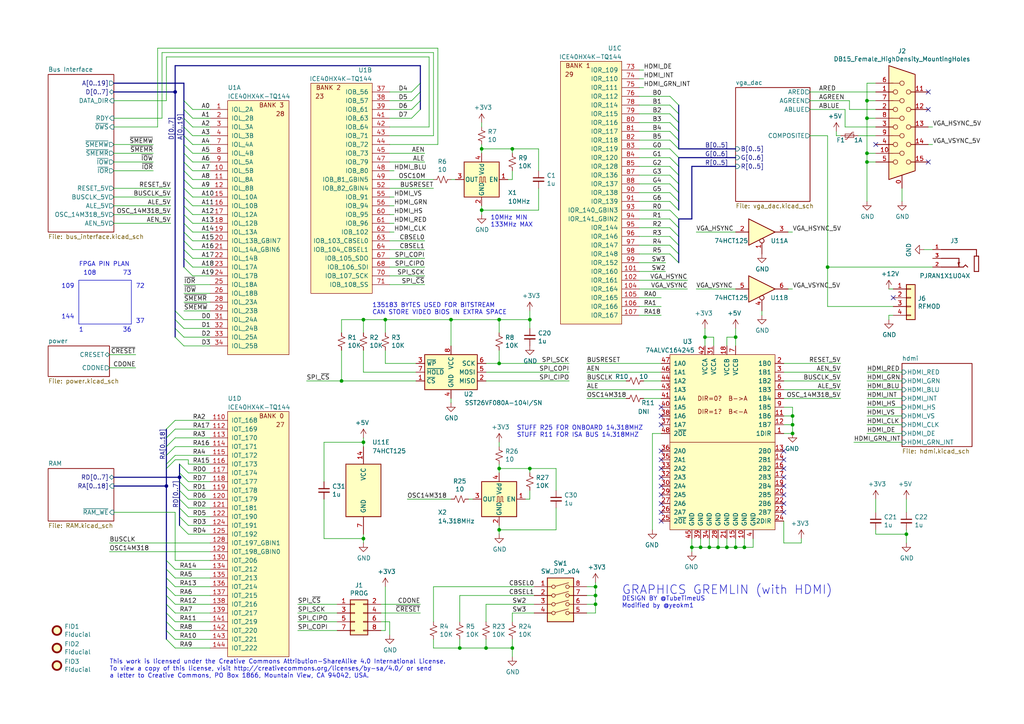
<source format=kicad_sch>
(kicad_sch (version 20230121) (generator eeschema)
  (paper "A4")
  (title_block (title "Top Level") (date "2023-10-13") (rev "2.3"))
  (junction (at 148.59 43.18))
  (junction (at 153.67 135.89))
  (junction (at 153.67 92.71))
  (junction (at 215.9 158.75))
  (junction (at 229.87 123.19))
  (junction (at 262.89 154.94))
  (junction (at 251.46 34.29))
  (junction (at 144.78 153.67))
  (junction (at 172.72 170.18))
  (junction (at 105.41 92.71))
  (junction (at 203.2 158.75))
  (junction (at 208.28 158.75))
  (junction (at 99.06 110.49))
  (junction (at 210.82 158.75))
  (junction (at 172.72 172.72))
  (junction (at 140.97 187.96))
  (junction (at 213.36 158.75))
  (junction (at 229.87 120.65))
  (junction (at 240.03 77.47))
  (junction (at 133.35 187.96))
  (junction (at 111.76 92.71))
  (junction (at 172.72 175.26))
  (junction (at 251.46 44.45))
  (junction (at 139.7 60.96))
  (junction (at 204.47 97.79))
  (junction (at 48.26 140.97))
  (junction (at 251.46 29.21))
  (junction (at 50.8 26.67))
  (junction (at 130.81 92.71))
  (junction (at 148.59 187.96))
  (junction (at 144.78 135.89))
  (junction (at 205.74 158.75))
  (junction (at 105.41 128.27))
  (junction (at 213.36 97.79))
  (junction (at 251.46 46.99))
  (junction (at 139.7 43.18))
  (junction (at 229.87 125.73))
  (junction (at 200.66 158.75))
  (junction (at 105.41 156.21))
  (junction (at 144.78 105.41))
  (junction (at 144.78 92.71))
  (junction (at 52.07 138.43))
  (no_connect (at 269.24 31.75))
  (no_connect (at 191.77 135.89))
  (no_connect (at 191.77 140.97))
  (no_connect (at 259.08 86.36))
  (no_connect (at 227.33 135.89))
  (no_connect (at 227.33 143.51))
  (no_connect (at 227.33 138.43))
  (no_connect (at 191.77 120.65))
  (no_connect (at 191.77 146.05))
  (no_connect (at 227.33 148.59))
  (no_connect (at 191.77 148.59))
  (no_connect (at 227.33 140.97))
  (no_connect (at 191.77 133.35))
  (no_connect (at 191.77 123.19))
  (no_connect (at 191.77 151.13))
  (no_connect (at 254 41.91))
  (no_connect (at 191.77 138.43))
  (no_connect (at 191.77 143.51))
  (no_connect (at 191.77 118.11))
  (no_connect (at 227.33 146.05))
  (no_connect (at 269.24 46.99))
  (no_connect (at 191.77 130.81))
  (no_connect (at 227.33 133.35))
  (no_connect (at 227.33 130.81))
  (no_connect (at 269.24 26.67))
  (bus_entry (at 48.26 177.8) (size 2.54 2.54))
  (bus_entry (at 194.31 53.34) (size 2.54 2.54))
  (bus_entry (at 194.31 60.96) (size 2.54 2.54))
  (bus_entry (at 52.07 147.32) (size 2.54 2.54))
  (bus_entry (at 53.34 29.21) (size 2.54 2.54))
  (bus_entry (at 52.07 134.62) (size 2.54 2.54))
  (bus_entry (at 52.07 142.24) (size 2.54 2.54))
  (bus_entry (at 119.38 34.29) (size 2.54 -2.54))
  (bus_entry (at 53.34 44.45) (size 2.54 2.54))
  (bus_entry (at 53.34 46.99) (size 2.54 2.54))
  (bus_entry (at 53.34 49.53) (size 2.54 2.54))
  (bus_entry (at 48.26 124.46) (size 2.54 -2.54))
  (bus_entry (at 194.31 50.8) (size 2.54 2.54))
  (bus_entry (at 48.26 175.26) (size 2.54 2.54))
  (bus_entry (at 119.38 26.67) (size 2.54 -2.54))
  (bus_entry (at 194.31 55.88) (size 2.54 2.54))
  (bus_entry (at 53.34 41.91) (size 2.54 2.54))
  (bus_entry (at 53.34 69.85) (size 2.54 2.54))
  (bus_entry (at 52.07 144.78) (size 2.54 2.54))
  (bus_entry (at 48.26 180.34) (size 2.54 2.54))
  (bus_entry (at 48.26 182.88) (size 2.54 2.54))
  (bus_entry (at 194.31 38.1) (size 2.54 2.54))
  (bus_entry (at 48.26 162.56) (size 2.54 2.54))
  (bus_entry (at 48.26 135.89) (size 2.54 -2.54))
  (bus_entry (at 53.34 74.93) (size 2.54 2.54))
  (bus_entry (at 48.26 127) (size 2.54 -2.54))
  (bus_entry (at 52.07 139.7) (size 2.54 2.54))
  (bus_entry (at 194.31 40.64) (size 2.54 2.54))
  (bus_entry (at 53.34 72.39) (size 2.54 2.54))
  (bus_entry (at 194.31 58.42) (size 2.54 2.54))
  (bus_entry (at 194.31 27.94) (size 2.54 2.54))
  (bus_entry (at 194.31 66.04) (size 2.54 2.54))
  (bus_entry (at 48.26 167.64) (size 2.54 2.54))
  (bus_entry (at 53.34 31.75) (size 2.54 2.54))
  (bus_entry (at 50.8 95.25) (size 2.54 2.54))
  (bus_entry (at 50.8 90.17) (size 2.54 2.54))
  (bus_entry (at 194.31 68.58) (size 2.54 2.54))
  (bus_entry (at 50.8 97.79) (size 2.54 2.54))
  (bus_entry (at 53.34 62.23) (size 2.54 2.54))
  (bus_entry (at 194.31 35.56) (size 2.54 2.54))
  (bus_entry (at 48.26 129.54) (size 2.54 -2.54))
  (bus_entry (at 48.26 132.08) (size 2.54 -2.54))
  (bus_entry (at 52.07 149.86) (size 2.54 2.54))
  (bus_entry (at 52.07 137.16) (size 2.54 2.54))
  (bus_entry (at 53.34 34.29) (size 2.54 2.54))
  (bus_entry (at 48.26 165.1) (size 2.54 2.54))
  (bus_entry (at 53.34 64.77) (size 2.54 2.54))
  (bus_entry (at 194.31 45.72) (size 2.54 2.54))
  (bus_entry (at 194.31 43.18) (size 2.54 2.54))
  (bus_entry (at 53.34 57.15) (size 2.54 2.54))
  (bus_entry (at 119.38 31.75) (size 2.54 -2.54))
  (bus_entry (at 53.34 39.37) (size 2.54 2.54))
  (bus_entry (at 53.34 67.31) (size 2.54 2.54))
  (bus_entry (at 194.31 73.66) (size 2.54 2.54))
  (bus_entry (at 48.26 172.72) (size 2.54 2.54))
  (bus_entry (at 194.31 48.26) (size 2.54 2.54))
  (bus_entry (at 194.31 63.5) (size 2.54 2.54))
  (bus_entry (at 53.34 36.83) (size 2.54 2.54))
  (bus_entry (at 53.34 54.61) (size 2.54 2.54))
  (bus_entry (at 53.34 59.69) (size 2.54 2.54))
  (bus_entry (at 194.31 71.12) (size 2.54 2.54))
  (bus_entry (at 48.26 134.62) (size 2.54 -2.54))
  (bus_entry (at 48.26 170.18) (size 2.54 2.54))
  (bus_entry (at 194.31 33.02) (size 2.54 2.54))
  (bus_entry (at 119.38 29.21) (size 2.54 -2.54))
  (bus_entry (at 52.07 152.4) (size 2.54 2.54))
  (bus_entry (at 53.34 77.47) (size 2.54 2.54))
  (bus_entry (at 53.34 52.07) (size 2.54 2.54))
  (bus_entry (at 50.8 92.71) (size 2.54 2.54))
  (bus_entry (at 194.31 30.48) (size 2.54 2.54))
  (bus_entry (at 48.26 185.42) (size 2.54 2.54))
  (wire (pts (xy 60.96 127) (xy 50.8 127)))
  (wire (pts (xy 227.33 107.95) (xy 243.84 107.95)))
  (wire (pts (xy 148.59 44.45) (xy 148.59 43.18)))
  (bus (pts (xy 48.26 170.18) (xy 48.26 172.72)))
  (wire (pts (xy 185.42 43.18) (xy 194.31 43.18)))
  (bus (pts (xy 196.85 73.66) (xy 196.85 76.2)))
  (wire (pts (xy 227.33 157.48) (xy 232.41 157.48)))
  (wire (pts (xy 127 41.91) (xy 127 13.97)))
  (bus (pts (xy 53.34 24.13) (xy 53.34 29.21)))
  (wire (pts (xy 185.42 35.56) (xy 194.31 35.56)))
  (wire (pts (xy 261.62 113.03) (xy 251.46 113.03)))
  (wire (pts (xy 124.46 36.83) (xy 113.03 36.83)))
  (wire (pts (xy 185.42 63.5) (xy 194.31 63.5)))
  (wire (pts (xy 60.96 152.4) (xy 54.61 152.4)))
  (wire (pts (xy 54.61 134.62) (xy 54.61 133.35)))
  (wire (pts (xy 153.67 142.24) (xy 153.67 144.78)))
  (wire (pts (xy 262.89 153.67) (xy 262.89 154.94)))
  (wire (pts (xy 60.96 67.31) (xy 55.88 67.31)))
  (wire (pts (xy 139.7 60.96) (xy 139.7 59.69)))
  (wire (pts (xy 60.96 139.7) (xy 54.61 139.7)))
  (wire (pts (xy 254 154.94) (xy 262.89 154.94)))
  (bus (pts (xy 196.85 45.72) (xy 213.36 45.72)))
  (wire (pts (xy 55.88 44.45) (xy 60.96 44.45)))
  (polyline (pts (xy 38.1 93.98) (xy 22.86 93.98)))
  (wire (pts (xy 105.41 107.95) (xy 120.65 107.95)))
  (wire (pts (xy 261.62 115.57) (xy 251.46 115.57)))
  (wire (pts (xy 191.77 105.41) (xy 170.18 105.41)))
  (wire (pts (xy 113.03 77.47) (xy 123.19 77.47)))
  (wire (pts (xy 228.6 67.31) (xy 229.87 67.31)))
  (bus (pts (xy 53.34 74.93) (xy 53.34 77.47)))
  (bus (pts (xy 53.34 29.21) (xy 53.34 31.75)))
  (wire (pts (xy 185.42 50.8) (xy 194.31 50.8)))
  (bus (pts (xy 196.85 35.56) (xy 196.85 38.1)))
  (wire (pts (xy 60.96 165.1) (xy 50.8 165.1)))
  (wire (pts (xy 60.96 72.39) (xy 55.88 72.39)))
  (wire (pts (xy 139.7 62.23) (xy 139.7 60.96)))
  (wire (pts (xy 148.59 52.07) (xy 147.32 52.07)))
  (wire (pts (xy 148.59 180.34) (xy 148.59 177.8)))
  (wire (pts (xy 60.96 95.25) (xy 53.34 95.25)))
  (wire (pts (xy 185.42 73.66) (xy 194.31 73.66)))
  (wire (pts (xy 133.35 180.34) (xy 133.35 172.72)))
  (wire (pts (xy 125.73 39.37) (xy 113.03 39.37)))
  (bus (pts (xy 196.85 30.48) (xy 196.85 33.02)))
  (wire (pts (xy 144.78 154.94) (xy 144.78 153.67)))
  (wire (pts (xy 254 153.67) (xy 254 154.94)))
  (wire (pts (xy 191.77 110.49) (xy 186.69 110.49)))
  (bus (pts (xy 196.85 53.34) (xy 196.85 55.88)))
  (wire (pts (xy 213.36 97.79) (xy 213.36 95.25)))
  (wire (pts (xy 53.34 90.17) (xy 60.96 90.17)))
  (wire (pts (xy 240.03 77.47) (xy 270.51 77.47)))
  (bus (pts (xy 48.26 135.89) (xy 48.26 140.97)))
  (wire (pts (xy 261.62 125.73) (xy 251.46 125.73)))
  (wire (pts (xy 172.72 172.72) (xy 172.72 175.26)))
  (wire (pts (xy 204.47 95.25) (xy 204.47 97.79)))
  (wire (pts (xy 246.38 29.21) (xy 246.38 31.75)))
  (wire (pts (xy 55.88 80.01) (xy 60.96 80.01)))
  (wire (pts (xy 185.42 53.34) (xy 194.31 53.34)))
  (wire (pts (xy 33.02 34.29) (xy 46.99 34.29)))
  (wire (pts (xy 205.74 158.75) (xy 203.2 158.75)))
  (wire (pts (xy 172.72 175.26) (xy 172.72 177.8)))
  (wire (pts (xy 245.11 36.83) (xy 254 36.83)))
  (wire (pts (xy 144.78 134.62) (xy 144.78 135.89)))
  (polyline (pts (xy 38.1 81.28) (xy 38.1 93.98)))
  (wire (pts (xy 113.03 67.31) (xy 114.3 67.31)))
  (wire (pts (xy 97.79 182.88) (xy 86.36 182.88)))
  (wire (pts (xy 181.61 110.49) (xy 170.18 110.49)))
  (bus (pts (xy 50.8 26.67) (xy 50.8 90.17)))
  (wire (pts (xy 105.41 128.27) (xy 93.98 128.27)))
  (wire (pts (xy 140.97 175.26) (xy 154.94 175.26)))
  (wire (pts (xy 140.97 187.96) (xy 148.59 187.96)))
  (wire (pts (xy 130.81 115.57) (xy 130.81 116.84)))
  (wire (pts (xy 50.8 180.34) (xy 60.96 180.34)))
  (wire (pts (xy 133.35 185.42) (xy 133.35 187.96)))
  (wire (pts (xy 133.35 187.96) (xy 140.97 187.96)))
  (bus (pts (xy 53.34 31.75) (xy 53.34 34.29)))
  (bus (pts (xy 48.26 167.64) (xy 48.26 170.18)))
  (wire (pts (xy 251.46 29.21) (xy 251.46 34.29)))
  (wire (pts (xy 148.59 43.18) (xy 139.7 43.18)))
  (wire (pts (xy 105.41 127) (xy 105.41 128.27)))
  (bus (pts (xy 196.85 71.12) (xy 196.85 73.66)))
  (wire (pts (xy 111.76 96.52) (xy 111.76 92.71)))
  (wire (pts (xy 140.97 105.41) (xy 144.78 105.41)))
  (wire (pts (xy 33.02 49.53) (xy 44.45 49.53)))
  (wire (pts (xy 204.47 97.79) (xy 207.01 97.79)))
  (wire (pts (xy 185.42 40.64) (xy 194.31 40.64)))
  (wire (pts (xy 259.08 88.9) (xy 240.03 88.9)))
  (wire (pts (xy 140.97 180.34) (xy 140.97 175.26)))
  (bus (pts (xy 48.26 182.88) (xy 48.26 185.42)))
  (wire (pts (xy 213.36 67.31) (xy 201.93 67.31)))
  (bus (pts (xy 196.85 33.02) (xy 196.85 35.56)))
  (wire (pts (xy 113.03 29.21) (xy 119.38 29.21)))
  (wire (pts (xy 60.96 92.71) (xy 53.34 92.71)))
  (wire (pts (xy 185.42 60.96) (xy 194.31 60.96)))
  (wire (pts (xy 60.96 39.37) (xy 55.88 39.37)))
  (wire (pts (xy 125.73 170.18) (xy 154.94 170.18)))
  (wire (pts (xy 153.67 137.16) (xy 153.67 135.89)))
  (wire (pts (xy 60.96 64.77) (xy 55.88 64.77)))
  (wire (pts (xy 144.78 105.41) (xy 165.1 105.41)))
  (wire (pts (xy 132.08 52.07) (xy 130.81 52.07)))
  (wire (pts (xy 125.73 15.24) (xy 125.73 39.37)))
  (wire (pts (xy 191.77 125.73) (xy 189.23 125.73)))
  (wire (pts (xy 148.59 49.53) (xy 148.59 52.07)))
  (wire (pts (xy 227.33 113.03) (xy 243.84 113.03)))
  (wire (pts (xy 185.42 86.36) (xy 191.77 86.36)))
  (wire (pts (xy 234.95 29.21) (xy 246.38 29.21)))
  (wire (pts (xy 33.02 54.61) (xy 49.53 54.61)))
  (bus (pts (xy 196.85 55.88) (xy 196.85 58.42)))
  (bus (pts (xy 196.85 50.8) (xy 196.85 53.34)))
  (wire (pts (xy 170.18 177.8) (xy 172.72 177.8)))
  (wire (pts (xy 215.9 158.75) (xy 213.36 158.75)))
  (bus (pts (xy 200.66 63.5) (xy 200.66 48.26)))
  (wire (pts (xy 185.42 66.04) (xy 194.31 66.04)))
  (wire (pts (xy 172.72 170.18) (xy 172.72 172.72)))
  (wire (pts (xy 210.82 97.79) (xy 210.82 100.33)))
  (bus (pts (xy 196.85 38.1) (xy 196.85 40.64)))
  (wire (pts (xy 148.59 187.96) (xy 148.59 185.42)))
  (wire (pts (xy 60.96 36.83) (xy 55.88 36.83)))
  (wire (pts (xy 218.44 158.75) (xy 215.9 158.75)))
  (wire (pts (xy 254 29.21) (xy 251.46 29.21)))
  (wire (pts (xy 251.46 34.29) (xy 251.46 44.45)))
  (wire (pts (xy 156.21 60.96) (xy 139.7 60.96)))
  (bus (pts (xy 121.92 29.21) (xy 121.92 31.75)))
  (wire (pts (xy 148.59 187.96) (xy 148.59 190.5)))
  (wire (pts (xy 234.95 39.37) (xy 240.03 39.37)))
  (wire (pts (xy 60.96 62.23) (xy 55.88 62.23)))
  (wire (pts (xy 130.81 100.33) (xy 130.81 92.71)))
  (wire (pts (xy 240.03 88.9) (xy 240.03 77.47)))
  (bus (pts (xy 121.92 26.67) (xy 121.92 29.21)))
  (wire (pts (xy 97.79 175.26) (xy 86.36 175.26)))
  (wire (pts (xy 186.69 115.57) (xy 191.77 115.57)))
  (wire (pts (xy 54.61 133.35) (xy 50.8 133.35)))
  (wire (pts (xy 210.82 156.21) (xy 210.82 158.75)))
  (wire (pts (xy 234.95 26.67) (xy 254 26.67)))
  (bus (pts (xy 48.26 134.62) (xy 48.26 135.89)))
  (wire (pts (xy 185.42 91.44) (xy 191.77 91.44)))
  (wire (pts (xy 254 46.99) (xy 251.46 46.99)))
  (wire (pts (xy 185.42 58.42) (xy 194.31 58.42)))
  (bus (pts (xy 53.34 52.07) (xy 53.34 54.61)))
  (wire (pts (xy 227.33 105.41) (xy 243.84 105.41)))
  (bus (pts (xy 196.85 63.5) (xy 196.85 66.04)))
  (wire (pts (xy 60.96 59.69) (xy 55.88 59.69)))
  (wire (pts (xy 113.03 80.01) (xy 123.19 80.01)))
  (bus (pts (xy 48.26 132.08) (xy 48.26 134.62)))
  (bus (pts (xy 48.26 180.34) (xy 48.26 182.88)))
  (wire (pts (xy 60.96 134.62) (xy 54.61 134.62)))
  (bus (pts (xy 53.34 62.23) (xy 53.34 64.77)))
  (wire (pts (xy 185.42 76.2) (xy 193.04 76.2)))
  (bus (pts (xy 53.34 39.37) (xy 53.34 41.91)))
  (wire (pts (xy 110.49 182.88) (xy 111.76 182.88)))
  (wire (pts (xy 60.96 157.48) (xy 31.75 157.48)))
  (wire (pts (xy 140.97 107.95) (xy 165.1 107.95)))
  (wire (pts (xy 60.96 160.02) (xy 31.75 160.02)))
  (wire (pts (xy 227.33 115.57) (xy 243.84 115.57)))
  (wire (pts (xy 227.33 123.19) (xy 229.87 123.19)))
  (wire (pts (xy 124.46 16.51) (xy 124.46 36.83)))
  (wire (pts (xy 60.96 149.86) (xy 54.61 149.86)))
  (wire (pts (xy 60.96 129.54) (xy 50.8 129.54)))
  (wire (pts (xy 60.96 34.29) (xy 55.88 34.29)))
  (wire (pts (xy 208.28 156.21) (xy 208.28 158.75)))
  (wire (pts (xy 60.96 182.88) (xy 50.8 182.88)))
  (wire (pts (xy 200.66 158.75) (xy 200.66 156.21)))
  (wire (pts (xy 161.29 135.89) (xy 161.29 142.24)))
  (wire (pts (xy 261.62 120.65) (xy 251.46 120.65)))
  (wire (pts (xy 113.03 44.45) (xy 123.19 44.45)))
  (wire (pts (xy 269.24 41.91) (xy 270.51 41.91)))
  (wire (pts (xy 215.9 156.21) (xy 215.9 158.75)))
  (wire (pts (xy 60.96 170.18) (xy 50.8 170.18)))
  (wire (pts (xy 254 44.45) (xy 251.46 44.45)))
  (wire (pts (xy 203.2 156.21) (xy 203.2 158.75)))
  (wire (pts (xy 113.03 184.15) (xy 113.03 180.34)))
  (wire (pts (xy 50.8 162.56) (xy 60.96 162.56)))
  (wire (pts (xy 185.42 83.82) (xy 199.39 83.82)))
  (wire (pts (xy 218.44 156.21) (xy 218.44 158.75)))
  (wire (pts (xy 251.46 44.45) (xy 251.46 46.99)))
  (wire (pts (xy 111.76 92.71) (xy 105.41 92.71)))
  (wire (pts (xy 60.96 31.75) (xy 55.88 31.75)))
  (wire (pts (xy 113.03 69.85) (xy 123.19 69.85)))
  (wire (pts (xy 254 34.29) (xy 251.46 34.29)))
  (wire (pts (xy 113.03 46.99) (xy 123.19 46.99)))
  (wire (pts (xy 269.24 36.83) (xy 270.51 36.83)))
  (wire (pts (xy 213.36 97.79) (xy 213.36 100.33)))
  (wire (pts (xy 125.73 185.42) (xy 125.73 187.96)))
  (wire (pts (xy 261.62 118.11) (xy 251.46 118.11)))
  (wire (pts (xy 110.49 180.34) (xy 113.03 180.34)))
  (wire (pts (xy 210.82 97.79) (xy 213.36 97.79)))
  (wire (pts (xy 194.31 27.94) (xy 185.42 27.94)))
  (wire (pts (xy 240.03 39.37) (xy 240.03 77.47)))
  (wire (pts (xy 148.59 177.8) (xy 154.94 177.8)))
  (wire (pts (xy 185.42 55.88) (xy 194.31 55.88)))
  (bus (pts (xy 200.66 48.26) (xy 213.36 48.26)))
  (wire (pts (xy 99.06 92.71) (xy 105.41 92.71)))
  (bus (pts (xy 52.07 138.43) (xy 52.07 139.7)))
  (wire (pts (xy 60.96 154.94) (xy 54.61 154.94)))
  (wire (pts (xy 259.08 91.44) (xy 257.81 91.44)))
  (wire (pts (xy 161.29 147.32) (xy 161.29 153.67)))
  (wire (pts (xy 60.96 87.63) (xy 53.34 87.63)))
  (wire (pts (xy 153.67 135.89) (xy 144.78 135.89)))
  (wire (pts (xy 60.96 147.32) (xy 54.61 147.32)))
  (wire (pts (xy 156.21 54.61) (xy 156.21 60.96)))
  (wire (pts (xy 259.08 83.82) (xy 257.81 83.82)))
  (wire (pts (xy 245.11 31.75) (xy 245.11 36.83)))
  (wire (pts (xy 227.33 120.65) (xy 229.87 120.65)))
  (wire (pts (xy 220.98 90.17) (xy 220.98 91.44)))
  (wire (pts (xy 137.16 144.78) (xy 135.89 144.78)))
  (bus (pts (xy 52.07 149.86) (xy 52.07 152.4)))
  (bus (pts (xy 53.34 72.39) (xy 53.34 74.93)))
  (wire (pts (xy 93.98 144.78) (xy 93.98 156.21)))
  (wire (pts (xy 144.78 92.71) (xy 153.67 92.71)))
  (wire (pts (xy 172.72 168.91) (xy 172.72 170.18)))
  (bus (pts (xy 48.26 177.8) (xy 48.26 180.34)))
  (wire (pts (xy 113.03 62.23) (xy 114.3 62.23)))
  (wire (pts (xy 251.46 46.99) (xy 251.46 58.42)))
  (wire (pts (xy 50.8 148.59) (xy 50.8 162.56)))
  (wire (pts (xy 113.03 59.69) (xy 114.3 59.69)))
  (wire (pts (xy 33.02 29.21) (xy 48.26 29.21)))
  (wire (pts (xy 247.65 128.27) (xy 261.62 128.27)))
  (wire (pts (xy 242.57 38.1) (xy 242.57 39.37)))
  (wire (pts (xy 262.89 144.78) (xy 262.89 148.59)))
  (bus (pts (xy 196.85 40.64) (xy 196.85 43.18)))
  (bus (pts (xy 53.34 41.91) (xy 53.34 44.45)))
  (wire (pts (xy 234.95 31.75) (xy 245.11 31.75)))
  (bus (pts (xy 50.8 90.17) (xy 50.8 92.71)))
  (wire (pts (xy 139.7 36.83) (xy 139.7 35.56)))
  (wire (pts (xy 227.33 151.13) (xy 227.33 157.48)))
  (bus (pts (xy 50.8 92.71) (xy 50.8 95.25)))
  (bus (pts (xy 53.34 49.53) (xy 53.34 52.07)))
  (bus (pts (xy 50.8 19.05) (xy 121.92 19.05)))
  (wire (pts (xy 118.11 144.78) (xy 130.81 144.78)))
  (wire (pts (xy 139.7 44.45) (xy 139.7 43.18)))
  (bus (pts (xy 53.34 36.83) (xy 53.34 39.37)))
  (wire (pts (xy 60.96 54.61) (xy 55.88 54.61)))
  (wire (pts (xy 60.96 49.53) (xy 55.88 49.53)))
  (wire (pts (xy 33.02 46.99) (xy 44.45 46.99)))
  (bus (pts (xy 33.02 138.43) (xy 52.07 138.43)))
  (wire (pts (xy 31.75 102.87) (xy 39.37 102.87)))
  (wire (pts (xy 120.65 105.41) (xy 111.76 105.41)))
  (wire (pts (xy 213.36 156.21) (xy 213.36 158.75)))
  (wire (pts (xy 60.96 177.8) (xy 50.8 177.8)))
  (wire (pts (xy 33.02 64.77) (xy 49.53 64.77)))
  (wire (pts (xy 185.42 71.12) (xy 194.31 71.12)))
  (wire (pts (xy 185.42 30.48) (xy 194.31 30.48)))
  (bus (pts (xy 196.85 66.04) (xy 196.85 68.58)))
  (polyline (pts (xy 22.86 93.98) (xy 22.86 81.28)))
  (wire (pts (xy 33.02 57.15) (xy 49.53 57.15)))
  (wire (pts (xy 60.96 167.64) (xy 50.8 167.64)))
  (wire (pts (xy 204.47 97.79) (xy 204.47 100.33)))
  (wire (pts (xy 246.38 31.75) (xy 254 31.75)))
  (wire (pts (xy 111.76 105.41) (xy 111.76 101.6)))
  (wire (pts (xy 185.42 25.4) (xy 186.69 25.4)))
  (bus (pts (xy 52.07 142.24) (xy 52.07 144.78)))
  (wire (pts (xy 111.76 182.88) (xy 111.76 170.18)))
  (bus (pts (xy 33.02 26.67) (xy 50.8 26.67)))
  (bus (pts (xy 53.34 34.29) (xy 53.34 36.83)))
  (wire (pts (xy 33.02 62.23) (xy 49.53 62.23)))
  (wire (pts (xy 60.96 77.47) (xy 55.88 77.47)))
  (wire (pts (xy 60.96 52.07) (xy 55.88 52.07)))
  (wire (pts (xy 120.65 110.49) (xy 99.06 110.49)))
  (wire (pts (xy 232.41 157.48) (xy 232.41 156.21)))
  (wire (pts (xy 261.62 107.95) (xy 251.46 107.95)))
  (wire (pts (xy 185.42 88.9) (xy 191.77 88.9)))
  (bus (pts (xy 48.26 162.56) (xy 48.26 165.1)))
  (wire (pts (xy 203.2 158.75) (xy 200.66 158.75)))
  (wire (pts (xy 113.03 31.75) (xy 119.38 31.75)))
  (bus (pts (xy 196.85 58.42) (xy 196.85 60.96)))
  (bus (pts (xy 53.34 59.69) (xy 53.34 62.23)))
  (bus (pts (xy 53.34 57.15) (xy 53.34 59.69)))
  (wire (pts (xy 130.81 92.71) (xy 111.76 92.71)))
  (wire (pts (xy 110.49 177.8) (xy 121.92 177.8)))
  (wire (pts (xy 86.36 177.8) (xy 97.79 177.8)))
  (bus (pts (xy 48.26 127) (xy 48.26 129.54)))
  (bus (pts (xy 50.8 95.25) (xy 50.8 97.79)))
  (wire (pts (xy 127 13.97) (xy 45.72 13.97)))
  (wire (pts (xy 144.78 153.67) (xy 144.78 152.4)))
  (bus (pts (xy 196.85 63.5) (xy 200.66 63.5)))
  (wire (pts (xy 229.87 123.19) (xy 229.87 125.73)))
  (wire (pts (xy 93.98 156.21) (xy 105.41 156.21)))
  (wire (pts (xy 227.33 110.49) (xy 243.84 110.49)))
  (bus (pts (xy 53.34 67.31) (xy 53.34 69.85)))
  (wire (pts (xy 185.42 78.74) (xy 193.04 78.74)))
  (bus (pts (xy 48.26 165.1) (xy 48.26 167.64)))
  (wire (pts (xy 228.6 83.82) (xy 229.87 83.82)))
  (wire (pts (xy 97.79 180.34) (xy 86.36 180.34)))
  (wire (pts (xy 153.67 144.78) (xy 152.4 144.78)))
  (wire (pts (xy 205.74 156.21) (xy 205.74 158.75)))
  (wire (pts (xy 55.88 46.99) (xy 60.96 46.99)))
  (wire (pts (xy 185.42 20.32) (xy 186.69 20.32)))
  (wire (pts (xy 60.96 124.46) (xy 50.8 124.46)))
  (wire (pts (xy 229.87 120.65) (xy 229.87 123.19)))
  (wire (pts (xy 105.41 154.94) (xy 105.41 156.21)))
  (wire (pts (xy 50.8 187.96) (xy 60.96 187.96)))
  (wire (pts (xy 172.72 170.18) (xy 170.18 170.18)))
  (wire (pts (xy 121.92 175.26) (xy 110.49 175.26)))
  (wire (pts (xy 153.67 92.71) (xy 153.67 95.25)))
  (wire (pts (xy 113.03 34.29) (xy 119.38 34.29)))
  (bus (pts (xy 196.85 43.18) (xy 213.36 43.18)))
  (wire (pts (xy 156.21 43.18) (xy 156.21 49.53)))
  (wire (pts (xy 50.8 132.08) (xy 60.96 132.08)))
  (bus (pts (xy 52.07 139.7) (xy 52.07 142.24)))
  (bus (pts (xy 121.92 24.13) (xy 121.92 26.67)))
  (wire (pts (xy 133.35 172.72) (xy 154.94 172.72)))
  (wire (pts (xy 207.01 97.79) (xy 207.01 100.33)))
  (wire (pts (xy 185.42 45.72) (xy 194.31 45.72)))
  (wire (pts (xy 270.51 72.39) (xy 267.97 72.39)))
  (wire (pts (xy 208.28 158.75) (xy 205.74 158.75)))
  (wire (pts (xy 33.02 148.59) (xy 50.8 148.59)))
  (wire (pts (xy 161.29 153.67) (xy 144.78 153.67)))
  (wire (pts (xy 185.42 22.86) (xy 186.69 22.86)))
  (wire (pts (xy 60.96 175.26) (xy 50.8 175.26)))
  (bus (pts (xy 33.02 24.13) (xy 53.34 24.13)))
  (wire (pts (xy 48.26 16.51) (xy 124.46 16.51)))
  (wire (pts (xy 113.03 41.91) (xy 127 41.91)))
  (wire (pts (xy 248.92 39.37) (xy 254 39.37)))
  (wire (pts (xy 172.72 172.72) (xy 170.18 172.72)))
  (wire (pts (xy 254 148.59) (xy 254 144.78)))
  (bus (pts (xy 48.26 140.97) (xy 48.26 162.56)))
  (wire (pts (xy 33.02 59.69) (xy 49.53 59.69)))
  (bus (pts (xy 33.02 140.97) (xy 48.26 140.97)))
  (wire (pts (xy 144.78 129.54) (xy 144.78 128.27)))
  (wire (pts (xy 262.89 154.94) (xy 262.89 157.48)))
  (wire (pts (xy 194.31 38.1) (xy 185.42 38.1)))
  (bus (pts (xy 53.34 44.45) (xy 53.34 46.99)))
  (wire (pts (xy 113.03 49.53) (xy 114.3 49.53)))
  (wire (pts (xy 189.23 125.73) (xy 189.23 153.67)))
  (wire (pts (xy 170.18 175.26) (xy 172.72 175.26)))
  (wire (pts (xy 60.96 82.55) (xy 53.34 82.55)))
  (wire (pts (xy 257.81 91.44) (xy 257.81 92.71)))
  (wire (pts (xy 125.73 180.34) (xy 125.73 170.18)))
  (bus (pts (xy 52.07 144.78) (xy 52.07 147.32)))
  (wire (pts (xy 140.97 187.96) (xy 140.97 185.42)))
  (bus (pts (xy 53.34 46.99) (xy 53.34 49.53)))
  (wire (pts (xy 113.03 72.39) (xy 123.19 72.39)))
  (bus (pts (xy 121.92 19.05) (xy 121.92 24.13)))
  (wire (pts (xy 213.36 83.82) (xy 201.93 83.82)))
  (wire (pts (xy 254 24.13) (xy 251.46 24.13)))
  (wire (pts (xy 113.03 54.61) (xy 125.73 54.61)))
  (bus (pts (xy 53.34 54.61) (xy 53.34 57.15)))
  (bus (pts (xy 52.07 147.32) (xy 52.07 149.86)))
  (wire (pts (xy 60.96 121.92) (xy 50.8 121.92)))
  (wire (pts (xy 194.31 33.02) (xy 185.42 33.02)))
  (wire (pts (xy 185.42 48.26) (xy 194.31 48.26)))
  (bus (pts (xy 50.8 26.67) (xy 50.8 19.05)))
  (bus (pts (xy 53.34 69.85) (xy 53.34 72.39)))
  (wire (pts (xy 50.8 185.42) (xy 60.96 185.42)))
  (wire (pts (xy 261.62 54.61) (xy 261.62 58.42)))
  (wire (pts (xy 181.61 115.57) (xy 170.18 115.57)))
  (wire (pts (xy 144.78 101.6) (xy 144.78 105.41)))
  (wire (pts (xy 105.41 156.21) (xy 105.41 157.48)))
  (wire (pts (xy 33.02 44.45) (xy 44.45 44.45)))
  (wire (pts (xy 153.67 92.71) (xy 153.67 90.17)))
  (bus (pts (xy 52.07 137.16) (xy 52.07 138.43)))
  (wire (pts (xy 261.62 110.49) (xy 251.46 110.49)))
  (wire (pts (xy 191.77 113.03) (xy 170.18 113.03)))
  (wire (pts (xy 60.96 144.78) (xy 54.61 144.78)))
  (wire (pts (xy 113.03 64.77) (xy 114.3 64.77)))
  (wire (pts (xy 105.41 92.71) (xy 105.41 96.52)))
  (wire (pts (xy 99.06 110.49) (xy 88.9 110.49)))
  (wire (pts (xy 45.72 36.83) (xy 33.02 36.83)))
  (wire (pts (xy 33.02 41.91) (xy 44.45 41.91)))
  (wire (pts (xy 144.78 137.16) (xy 144.78 135.89)))
  (bus (pts (xy 48.26 129.54) (xy 48.26 132.08)))
  (wire (pts (xy 105.41 128.27) (xy 105.41 129.54)))
  (wire (pts (xy 144.78 96.52) (xy 144.78 92.71)))
  (wire (pts (xy 93.98 128.27) (xy 93.98 139.7)))
  (wire (pts (xy 53.34 85.09) (xy 60.96 85.09)))
  (wire (pts (xy 229.87 118.11) (xy 229.87 120.65)))
  (wire (pts (xy 185.42 68.58) (xy 194.31 68.58)))
  (wire (pts (xy 60.96 69.85) (xy 55.88 69.85)))
  (bus (pts (xy 48.26 124.46) (xy 48.26 127)))
  (wire (pts (xy 113.03 57.15) (xy 114.3 57.15)))
  (wire (pts (xy 60.96 137.16) (xy 54.61 137.16)))
  (bus (pts (xy 53.34 64.77) (xy 53.34 67.31)))
  (bus (pts (xy 48.26 175.26) (xy 48.26 177.8)))
  (wire (pts (xy 60.96 142.24) (xy 54.61 142.24)))
  (wire (pts (xy 113.03 52.07) (xy 125.73 52.07)))
  (wire (pts (xy 261.62 123.19) (xy 251.46 123.19)))
  (bus (pts (xy 48.26 172.72) (xy 48.26 175.26)))
  (wire (pts (xy 227.33 125.73) (xy 229.87 125.73)))
  (wire (pts (xy 213.36 158.75) (xy 210.82 158.75)))
  (wire (pts (xy 31.75 106.68) (xy 39.37 106.68)))
  (wire (pts (xy 144.78 92.71) (xy 130.81 92.71)))
  (wire (pts (xy 113.03 82.55) (xy 123.19 82.55)))
  (wire (pts (xy 55.88 74.93) (xy 60.96 74.93)))
  (wire (pts (xy 55.88 41.91) (xy 60.96 41.91)))
  (wire (pts (xy 48.26 29.21) (xy 48.26 16.51)))
  (wire (pts (xy 60.96 97.79) (xy 53.34 97.79)))
  (wire (pts (xy 105.41 101.6) (xy 105.41 107.95)))
  (wire (pts (xy 99.06 96.52) (xy 99.06 92.71)))
  (bus (pts (xy 196.85 45.72) (xy 196.85 48.26)))
  (wire (pts (xy 60.96 57.15) (xy 55.88 57.15)))
  (wire (pts (xy 242.57 39.37) (xy 243.84 39.37)))
  (wire (pts (xy 251.46 24.13) (xy 251.46 29.21)))
  (wire (pts (xy 139.7 41.91) (xy 139.7 43.18)))
  (wire (pts (xy 153.67 135.89) (xy 161.29 135.89)))
  (wire (pts (xy 191.77 107.95) (xy 170.18 107.95)))
  (wire (pts (xy 140.97 110.49) (xy 165.1 110.49)))
  (wire (pts (xy 210.82 158.75) (xy 208.28 158.75)))
  (wire (pts (xy 125.73 187.96) (xy 133.35 187.96)))
  (wire (pts (xy 46.99 15.24) (xy 125.73 15.24)))
  (wire (pts (xy 45.72 13.97) (xy 45.72 36.83)))
  (wire (pts (xy 113.03 74.93) (xy 123.19 74.93)))
  (bus (pts (xy 196.85 68.58) (xy 196.85 71.12)))
  (wire (pts (xy 113.03 26.67) (xy 119.38 26.67)))
  (bus (pts (xy 196.85 48.26) (xy 196.85 50.8)))
  (polyline (pts (xy 22.86 81.28) (xy 38.1 81.28)))
  (wire (pts (xy 227.33 118.11) (xy 229.87 118.11)))
  (wire (pts (xy 200.66 158.75) (xy 200.66 160.02)))
  (bus (pts (xy 52.07 134.62) (xy 52.07 137.16)))
  (wire (pts (xy 148.59 43.18) (xy 156.21 43.18)))
  (wire (pts (xy 185.42 81.28) (xy 199.39 81.28)))
  (wire (pts (xy 99.06 101.6) (xy 99.06 110.49)))
  (wire (pts (xy 46.99 34.29) (xy 46.99 15.24)))
  (wire (pts (xy 60.96 100.33) (xy 53.34 100.33)))
  (wire (pts (xy 50.8 172.72) (xy 60.96 172.72)))
  (text "135183 BYTES USED FOR BITSTREAM\nCAN STORE VIDEO BIOS IN EXTRA SPACE" (at 107.95 91.44 0) (effects (font (size 1.27 1.27)) (justify left bottom)))
  (text "FPGA PIN PLAN" (at 22.86 77.47 0) (effects (font (size 1.27 1.27)) (justify left bottom)))
  (text "1" (at 22.86 96.52 0) (effects (font (size 1.27 1.27)) (justify left bottom)))
  (text "DESIGN BY @TubeTimeUS\nModified by @yeokm1" (at 180.34 176.53 0) (effects (font (size 1.27 1.27)) (justify left bottom)))
  (text "72" (at 39.37 83.82 0) (effects (font (size 1.27 1.27)) (justify left bottom)))
  (text "108" (at 24.13 80.01 0) (effects (font (size 1.27 1.27)) (justify left bottom)))
  (text "37" (at 39.37 93.98 0) (effects (font (size 1.27 1.27)) (justify left bottom)))
  (text "10MHz MIN\n133MHz MAX" (at 142.24 66.04 0) (effects (font (size 1.27 1.27)) (justify left bottom)))
  (text "73" (at 35.56 80.01 0) (effects (font (size 1.27 1.27)) (justify left bottom)))
  (text "This work is licensed under the Creative Commons Attribution-ShareAlike 4.0 International License. \nTo view a copy of this license, visit http://creativecommons.org/licenses/by-sa/4.0/ or send\na letter to Creative Commons, PO Box 1866, Mountain View, CA 94042, USA." (at 31.75 196.85 0) (effects (font (size 1.27 1.27)) (justify left bottom)))
  (text "GRAPHICS GREMLIN (with HDMI)" (at 180.34 172.72 0) (effects (font (size 2.54 2.54)) (justify left bottom)))
  (text "144" (at 17.78 92.71 0) (effects (font (size 1.27 1.27)) (justify left bottom)))
  (text "STUFF R25 FOR ONBOARD 14.318MHZ\nSTUFF R11 FOR ISA BUS 14.318MHZ" (at 149.86 127 0) (effects (font (size 1.27 1.27)) (justify left bottom)))
  (text "36" (at 35.56 96.52 0) (effects (font (size 1.27 1.27)) (justify left bottom)))
  (text "109" (at 17.78 83.82 0) (effects (font (size 1.27 1.27)) (justify left bottom)))
  (label "~{CRESET}" (at 121.92 177.8 180))
  (label "AEN_5V" (at 243.84 107.95 180))
  (label "R0" (at 189.23 60.96 0))
  (label "OSC_14M318_5V" (at 243.84 115.57 180))
  (label "RA4" (at 55.88 132.08 0))
  (label "ALE_5V" (at 49.53 59.69 180))
  (label "G6" (at 189.23 58.42 0))
  (label "RA3" (at 55.88 127 0))
  (label "~{IOR}" (at 53.34 82.55 0))
  (label "SPI_CIPO" (at 86.36 180.34 0))
  (label "RD2" (at 55.88 147.32 0))
  (label "B2" (at 189.23 33.02 0))
  (label "SW3" (at 148.59 177.8 0))
  (label "HDMI_DE" (at 186.69 20.32 0))
  (label "G2" (at 189.23 48.26 0))
  (label "CBSEL0" (at 123.19 69.85 180))
  (label "HDMI_HS" (at 114.3 62.23 0))
  (label "RA18" (at 186.69 91.44 0))
  (label "RD3" (at 55.88 152.4 0))
  (label "HDMI_HS" (at 251.46 118.11 0))
  (label "HDMI_BLU" (at 251.46 113.03 0))
  (label "~{SMEMW}" (at 53.34 90.17 0))
  (label "R1" (at 189.23 63.5 0))
  (label "A13" (at 58.42 64.77 0))
  (label "B3" (at 189.23 35.56 0))
  (label "SPI_SCK" (at 123.19 80.01 180))
  (label "BUSCLK_5V" (at 49.53 57.15 180))
  (label "~{IOW}" (at 53.34 85.09 0))
  (label "A8" (at 58.42 52.07 0))
  (label "A15" (at 58.42 69.85 0))
  (label "RD5" (at 55.88 149.86 0))
  (label "AEN" (at 123.19 44.45 180))
  (label "RA16" (at 55.88 129.54 0))
  (label "HDMI_CLK" (at 251.46 123.19 0))
  (label "VGA_HSYNC_5V" (at 270.51 36.83 0))
  (label "ALE" (at 123.19 46.99 180))
  (label "RD7" (at 55.88 139.7 0))
  (label "D7" (at 115.57 34.29 0))
  (label "OSC14M318" (at 118.11 144.78 0))
  (label "HDMI_GRN" (at 114.3 59.69 0))
  (label "RA7" (at 52.07 177.8 0))
  (label "VGA_HSYNC" (at 201.93 67.31 0))
  (label "SPI_CIPO" (at 123.19 77.47 180))
  (label "RA1" (at 186.69 88.9 0))
  (label "SPI_~{CS}" (at 123.19 82.55 180))
  (label "ALE_5V" (at 243.84 113.03 180))
  (label "G1" (at 189.23 45.72 0))
  (label "D5" (at 115.57 29.21 0))
  (label "G[0..6]" (at 204.47 45.72 0))
  (label "G4" (at 189.23 53.34 0))
  (label "A19" (at 58.42 80.01 0))
  (label "RA5" (at 52.07 167.64 0))
  (label "HDMI_GRN_INT" (at 186.69 25.4 0))
  (label "A[0..19]" (at 53.34 40.64 90))
  (label "~{SMEMR}" (at 53.34 87.63 0))
  (label "~{CRESET}" (at 39.37 102.87 180))
  (label "SPI_COPI" (at 123.19 74.93 180))
  (label "A1" (at 58.42 34.29 0))
  (label "SPI_SCK" (at 86.36 177.8 0))
  (label "BUSRESET" (at 170.18 105.41 0))
  (label "R5" (at 189.23 73.66 0))
  (label "CDONE" (at 39.37 106.68 180))
  (label "A4" (at 58.42 41.91 0))
  (label "R[0..5]" (at 204.47 48.26 0))
  (label "HDMI_RED" (at 114.3 64.77 0))
  (label "HDMI_INT" (at 251.46 115.57 0))
  (label "G5" (at 189.23 55.88 0))
  (label "D4" (at 115.57 26.67 0))
  (label "RA15" (at 55.88 134.62 0))
  (label "ALE" (at 170.18 113.03 0))
  (label "VGA_VSYNC_5V" (at 270.51 41.91 0))
  (label "B[0..5]" (at 204.47 43.18 0))
  (label "A18" (at 58.42 77.47 0))
  (label "SW2" (at 148.59 175.26 0))
  (label "A5" (at 58.42 44.45 0))
  (label "A17" (at 58.42 74.93 0))
  (label "RA12" (at 52.07 175.26 0))
  (label "VGA_VSYNC" (at 199.39 83.82 180))
  (label "G0" (at 189.23 43.18 0))
  (label "SPI_COPI" (at 165.1 107.95 180))
  (label "HDMI_RED" (at 251.46 107.95 0))
  (label "CDONE" (at 121.92 175.26 180))
  (label "A12" (at 58.42 62.23 0))
  (label "OSC_14M318_5V" (at 49.53 62.23 180))
  (label "RA8" (at 52.07 182.88 0))
  (label "SW2" (at 193.04 78.74 180))
  (label "D6" (at 115.57 31.75 0))
  (label "CBSEL1" (at 154.94 172.72 180))
  (label "D2" (at 58.42 97.79 0))
  (label "VGA_HSYNC" (at 199.39 81.28 180))
  (label "RA11" (at 52.07 180.34 0))
  (label "SPI_CIPO" (at 165.1 110.49 180))
  (label "RD1" (at 55.88 142.24 0))
  (label "SW3" (at 193.04 76.2 180))
  (label "RD6" (at 55.88 144.78 0))
  (label "A10" (at 58.42 57.15 0))
  (label "A2" (at 58.42 36.83 0))
  (label "D[0..7]" (at 50.8 40.64 90))
  (label "A16" (at 58.42 72.39 0))
  (label "~{SMEMW}" (at 44.45 41.91 180))
  (label "OSC14M318" (at 170.18 115.57 0))
  (label "RA[0..18]" (at 48.26 133.35 90))
  (label "R3" (at 189.23 68.58 0))
  (label "RESET_5V" (at 243.84 105.41 180))
  (label "OSC10M" (at 115.57 52.07 0))
  (label "BUSRESET" (at 125.73 54.61 180))
  (label "ARED" (at 237.49 26.67 0))
  (label "D3" (at 58.42 100.33 0))
  (label "B1" (at 189.23 30.48 0))
  (label "CBSEL1" (at 123.19 72.39 180))
  (label "BUSCLK" (at 31.75 157.48 0))
  (label "A0" (at 58.42 31.75 0))
  (label "HDMI_BLU" (at 114.3 49.53 0))
  (label "HDMI_GRN_INT" (at 247.65 128.27 0))
  (label "A14" (at 58.42 67.31 0))
  (label "RD[0..7]" (at 52.07 147.32 90))
  (label "~{SMEMR}" (at 44.45 44.45 180))
  (label "RA0" (at 186.69 86.36 0))
  (label "A7" (at 58.42 49.53 0))
  (label "B5" (at 189.23 40.64 0))
  (label "B0" (at 189.23 27.94 0))
  (label "RA14" (at 52.07 165.1 0))
  (label "RD4" (at 55.88 154.94 0))
  (label "~{IOW}" (at 44.45 46.99 180))
  (label "HDMI_INT" (at 186.69 22.86 0))
  (label "RA2" (at 55.88 121.92 0))
  (label "OSC14M318" (at 31.75 160.02 0))
  (label "RD0" (at 55.88 137.16 0))
  (label "A9" (at 58.42 54.61 0))
  (label "RA17" (at 55.88 124.46 0))
  (label "A3" (at 58.42 39.37 0))
  (label "SPI_~{CS}" (at 86.36 175.26 0))
  (label "ABLUE" (at 237.49 31.75 0))
  (label "VGA_VSYNC_5V" (at 229.87 83.82 0))
  (label "AEN" (at 170.18 107.95 0))
  (label "RESET_5V" (at 49.53 54.61 180))
  (label "G3" (at 189.23 50.8 0))
  (label "HDMI_VS" (at 251.46 120.65 0))
  (label "SPI_SCK" (at 165.1 105.41 180))
  (label "HDMI_GRN" (at 251.46 110.49 0))
  (label "RA9" (at 52.07 187.96 0))
  (label "D1" (at 58.42 95.25 0))
  (label "SPI_COPI" (at 86.36 182.88 0))
  (label "R4" (at 189.23 71.12 0))
  (label "~{IOR}" (at 44.45 49.53 180))
  (label "B4" (at 189.23 38.1 0))
  (label "VGA_HSYNC_5V" (at 229.87 67.31 0))
  (label "A6" (at 58.42 46.99 0))
  (label "R2" (at 189.23 66.04 0))
  (label "RA10" (at 52.07 185.42 0))
  (label "AEN_5V" (at 49.53 64.77 180))
  (label "HDMI_VS" (at 114.3 57.15 0))
  (label "RA13" (at 52.07 170.18 0))
  (label "D0" (at 58.42 92.71 0))
  (label "BUSCLK_5V" (at 243.84 110.49 180))
  (label "A11" (at 58.42 59.69 0))
  (label "BUSCLK" (at 170.18 110.49 0))
  (label "VGA_VSYNC" (at 201.93 83.82 0))
  (label "SPI_~{CS}" (at 88.9 110.49 0))
  (label "AGREEN" (at 237.49 29.21 0))
  (label "RA6" (at 52.07 172.72 0))
  (label "HDMI_DE" (at 251.46 125.73 0))
  (label "HDMI_CLK" (at 114.3 67.31 0))
  (label "CBSEL0" (at 154.94 170.18 180))
  (symbol (lib_id "Device:Polyfuse_Small") (at 246.38 39.37 270) (unit 1)
    (property "Reference" "F1" (at 243.84 40.64 90))
    (property "Value" "1A" (at 248.92 40.64 90))
    (property "Footprint" "Resistor_SMD:R_1206_3216Metric" (effects hide))
    (property "Mouser" "530-0ZCJ0050FF2G" (effects hide))
  )
  (symbol (lib_id "Memory_EEPROM:25LCxxx") (at 130.81 107.95 0) (unit 1)
    (property "Reference" "U2" (at 135.89 114.3 0))
    (property "Value" "SST26VF080A-104I/SN" (at 146.05 116.84 0))
    (property "Footprint" "Active:SOP127P620X175-8" (effects hide))
    (property "Mouser" "579-26VF080A-104I/SN" (effects hide))
  )
  (symbol (lib_id "Device:R_Small_US") (at 111.76 99.06 0) (unit 1)
    (property "Reference" "R3" (at 113.4872 97.8916 0) (effects (justify left)))
    (property "Value" "10K" (at 113.4872 100.203 0) (effects (justify left)))
    (property "Footprint" "Passive:RESC1608X55" (effects hide))
    (property "Mouser" "603-RC0603FR-0710KL" (effects hide))
  )
  (symbol (lib_id "power:+3V3") (at 153.67 90.17 0) (unit 1)
    (property "Reference" "#PWR07" (effects hide))
    (property "Value" "+3V3" (at 154.051 85.7758 0))
  )
  (symbol (lib_id "Device:R_Small_US") (at 105.41 99.06 0) (unit 1)
    (property "Reference" "R2" (at 107.1372 97.8916 0) (effects (justify left)))
    (property "Value" "10K" (at 107.1372 100.203 0) (effects (justify left)))
    (property "Footprint" "Passive:RESC1608X55" (effects hide))
    (property "Mouser" "603-RC0603FR-0710KL" (effects hide))
  )
  (symbol (lib_id "Device:R_Small_US") (at 99.06 99.06 0) (unit 1)
    (property "Reference" "R1" (at 100.7872 97.8916 0) (effects (justify left)))
    (property "Value" "10K" (at 100.7872 100.203 0) (effects (justify left)))
    (property "Footprint" "Passive:RESC1608X55" (effects hide))
    (property "Mouser" "603-RC0603FR-0710KL" (effects hide))
  )
  (symbol (lib_id "power:GND") (at 130.81 116.84 0) (unit 1)
    (property "Reference" "#PWR04" (effects hide))
    (property "Value" "GND" (at 130.937 121.2342 0))
  )
  (symbol (lib_id "Device:R_Small_US") (at 144.78 99.06 0) (unit 1)
    (property "Reference" "R8" (at 146.5072 97.8916 0) (effects (justify left)))
    (property "Value" "10K" (at 146.5072 100.203 0) (effects (justify left)))
    (property "Footprint" "Passive:RESC1608X55" (effects hide))
    (property "Mouser" "603-RC0603FR-0710KL" (effects hide))
  )
  (symbol (lib_id "isavideo-rescue:74ALVC164245-logic") (at 224.79 102.87 0) (mirror y) (unit 1)
    (property "Reference" "U3" (at 199.39 99.06 0))
    (property "Value" "74ALVC164245" (at 194.31 101.6 0))
    (property "Footprint" "Active:TSSOP50P810X120-48" (effects hide))
    (property "Mouser" "771-74ALVC164245" (effects hide))
  )
  (symbol (lib_id "power:+5V") (at 213.36 95.25 0) (mirror y) (unit 1)
    (property "Reference" "#PWR012" (effects hide))
    (property "Value" "+5V" (at 212.979 90.8558 0))
  )
  (symbol (lib_id "power:GND") (at 200.66 160.02 0) (mirror y) (unit 1)
    (property "Reference" "#PWR010" (effects hide))
    (property "Value" "GND" (at 200.533 164.4142 0))
  )
  (symbol (lib_id "power:+3V3") (at 204.47 95.25 0) (mirror y) (unit 1)
    (property "Reference" "#PWR011" (effects hide))
    (property "Value" "+3V3" (at 204.089 90.8558 0))
  )
  (symbol (lib_id "Device:R_Small_US") (at 125.73 182.88 0) (unit 1)
    (property "Reference" "R4" (at 127.4572 181.7116 0) (effects (justify left)))
    (property "Value" "10K" (at 127.4572 184.023 0) (effects (justify left)))
    (property "Footprint" "Passive:RESC1608X55" (effects hide))
    (property "Mouser" "603-RC0603FR-0710KL" (effects hide))
  )
  (symbol (lib_id "Device:R_Small_US") (at 133.35 182.88 0) (unit 1)
    (property "Reference" "R5" (at 135.0772 181.7116 0) (effects (justify left)))
    (property "Value" "10K" (at 135.0772 184.023 0) (effects (justify left)))
    (property "Footprint" "Passive:RESC1608X55" (effects hide))
    (property "Mouser" "603-RC0603FR-0710KL" (effects hide))
  )
  (symbol (lib_id "power:GND") (at 148.59 190.5 0) (unit 1)
    (property "Reference" "#PWR03" (effects hide))
    (property "Value" "GND" (at 148.717 194.8942 0))
  )
  (symbol (lib_id "power:GND") (at 261.62 58.42 0) (unit 1)
    (property "Reference" "#PWR018" (effects hide))
    (property "Value" "GND" (at 261.747 62.8142 0))
  )
  (symbol (lib_id "Connector_Generic:Conn_02x04_Odd_Even") (at 102.87 177.8 0) (unit 1)
    (property "Reference" "J1" (at 104.14 169.7482 0))
    (property "Value" "PROG" (at 104.14 172.0596 0))
    (property "Footprint" "Connector_PinHeader_2.54mm:PinHeader_2x04_P2.54mm_Vertical" (effects hide))
  )
  (symbol (lib_id "power:+3V3") (at 232.41 156.21 0) (mirror y) (unit 1)
    (property "Reference" "#PWR013" (effects hide))
    (property "Value" "+3V3" (at 232.029 151.8158 0))
  )
  (symbol (lib_id "power:GND") (at 229.87 125.73 0) (mirror y) (unit 1)
    (property "Reference" "#PWR014" (effects hide))
    (property "Value" "GND" (at 229.743 130.1242 0))
  )
  (symbol (lib_id "power:GND") (at 189.23 153.67 0) (mirror y) (unit 1)
    (property "Reference" "#PWR09" (effects hide))
    (property "Value" "GND" (at 189.103 158.0642 0))
  )
  (symbol (lib_id "power:+5V") (at 242.57 38.1 0) (mirror y) (unit 1)
    (property "Reference" "#PWR015" (effects hide))
    (property "Value" "+5V" (at 242.189 33.7058 0))
  )
  (symbol (lib_id "Oscillator:ASE-xxxMHz") (at 139.7 52.07 0) (mirror y) (unit 1)
    (property "Reference" "X1" (at 147.32 55.88 0) (effects (justify right)))
    (property "Value" "10MHz" (at 147.32 58.42 0) (effects (justify right)))
    (property "Footprint" "Passive:XTAL320X250X120-4" (effects hide))
    (property "Mouser" "520-ECS-2333-100-BNT" (effects hide))
  )
  (symbol (lib_id "Device:R_Small_US") (at 128.27 52.07 270) (unit 1)
    (property "Reference" "R6" (at 128.27 46.863 90))
    (property "Value" "10" (at 128.27 49.1744 90))
    (property "Footprint" "Passive:RESC1608X55" (effects hide))
    (property "Mouser" "603-RC0603FR-0710RL" (effects hide))
  )
  (symbol (lib_id "power:GND") (at 139.7 62.23 0) (unit 1)
    (property "Reference" "#PWR06" (effects hide))
    (property "Value" "GND" (at 139.827 66.6242 0))
  )
  (symbol (lib_id "power:+3V3") (at 139.7 35.56 0) (unit 1)
    (property "Reference" "#PWR05" (effects hide))
    (property "Value" "+3V3" (at 140.081 31.1658 0))
  )
  (symbol (lib_id "Device:R_Small_US") (at 148.59 46.99 0) (unit 1)
    (property "Reference" "R9" (at 150.3172 45.8216 0) (effects (justify left)))
    (property "Value" "10K" (at 150.3172 48.133 0) (effects (justify left)))
    (property "Footprint" "Passive:RESC1608X55" (effects hide))
    (property "Mouser" "603-RC0603FR-0710KL" (effects hide))
  )
  (symbol (lib_id "Device:R_Small_US") (at 139.7 39.37 0) (unit 1)
    (property "Reference" "R7" (at 141.4272 38.2016 0) (effects (justify left)))
    (property "Value" "10" (at 141.4272 40.513 0) (effects (justify left)))
    (property "Footprint" "Passive:RESC1608X55" (effects hide))
    (property "Mouser" "603-RC0603FR-0710RL" (effects hide))
  )
  (symbol (lib_id "Device:C_Small") (at 156.21 52.07 0) (unit 1)
    (property "Reference" "C1" (at 158.5468 50.9016 0) (effects (justify left)))
    (property "Value" "1u" (at 158.5468 53.213 0) (effects (justify left)))
    (property "Footprint" "Capacitor_SMD:C_0603_1608Metric" (effects hide))
    (property "Mouser" "810-CGA3E1X7R1C105AC" (effects hide))
  )
  (symbol (lib_id "Device:R_Small_US") (at 184.15 110.49 270) (unit 1)
    (property "Reference" "R10" (at 180.34 109.22 90))
    (property "Value" "10" (at 186.69 109.22 90))
    (property "Footprint" "Passive:RESC1608X55" (effects hide))
    (property "Mouser" "603-RC0603FR-0710RL" (effects hide))
  )
  (symbol (lib_id "Device:R_Small_US") (at 184.15 115.57 270) (unit 1)
    (property "Reference" "R11" (at 187.96 116.84 90))
    (property "Value" "DNI" (at 186.69 119.38 90))
    (property "Footprint" "Passive:RESC1608X55" (effects hide))
  )
  (symbol (lib_id "power:GND") (at 113.03 184.15 0) (unit 1)
    (property "Reference" "#PWR02" (effects hide))
    (property "Value" "GND" (at 113.157 188.5442 0))
  )
  (symbol (lib_id "power:+3V3") (at 111.76 170.18 0) (unit 1)
    (property "Reference" "#PWR01" (effects hide))
    (property "Value" "+3V3" (at 112.141 165.7858 0))
  )
  (symbol (lib_id "power:+3V3") (at 172.72 168.91 0) (unit 1)
    (property "Reference" "#PWR08" (effects hide))
    (property "Value" "+3V3" (at 173.101 164.5158 0))
  )
  (symbol (lib_id "Switch:SW_DIP_x04") (at 162.56 175.26 0) (unit 1)
    (property "Reference" "SW1" (at 162.56 163.3982 0))
    (property "Value" "SW_DIP_x04" (at 162.56 165.7096 0))
    (property "Footprint" "Switch:SW_DIP254P762X635-8" (effects hide))
    (property "Mouser" "706-76PSB04ST" (effects hide))
  )
  (symbol (lib_id "power:GND") (at 267.97 72.39 270) (unit 1)
    (property "Reference" "#PWR019" (effects hide))
    (property "Value" "GND" (at 263.5758 72.517 0))
  )
  (symbol (lib_id "isavideo-rescue:ICE40HX4K-TQ144-logic") (at 66.04 29.21 0) (unit 1)
    (property "Reference" "U1" (at 66.04 25.4 0) (effects (justify left)))
    (property "Value" "ICE40HX4K-TQ144" (at 66.04 27.94 0) (effects (justify left)))
    (property "Footprint" "Active:TSQFP50P2200X2200X160-144" (effects hide))
    (property "Mouser" "842-ICE40HX4K-TQ144" (effects hide))
  )
  (symbol (lib_id "isavideo-rescue:ICE40HX4K-TQ144-logic") (at 107.95 24.13 0) (mirror y) (unit 2)
    (property "Reference" "U1" (at 107.95 20.32 0) (effects (justify left)))
    (property "Value" "ICE40HX4K-TQ144" (at 107.95 22.86 0) (effects (justify left)))
    (property "Footprint" "Active:TSQFP50P2200X2200X160-144" (effects hide))
    (property "Mouser" "842-ICE40HX4K-TQ144" (effects hide))
  )
  (symbol (lib_id "isavideo-rescue:ICE40HX4K-TQ144-logic") (at 180.34 17.78 0) (mirror y) (unit 3)
    (property "Reference" "U1" (at 180.34 13.97 0) (effects (justify left)))
    (property "Value" "ICE40HX4K-TQ144" (at 180.34 16.51 0) (effects (justify left)))
    (property "Footprint" "Active:TSQFP50P2200X2200X160-144" (effects hide))
    (property "Mouser" "842-ICE40HX4K-TQ144" (effects hide))
  )
  (symbol (lib_id "isavideo-rescue:ICE40HX4K-TQ144-logic") (at 66.04 119.38 0) (unit 4)
    (property "Reference" "U1" (at 66.04 115.57 0) (effects (justify left)))
    (property "Value" "ICE40HX4K-TQ144" (at 66.04 118.11 0) (effects (justify left)))
    (property "Footprint" "Active:TSQFP50P2200X2200X160-144" (effects hide))
    (property "Mouser" "842-ICE40HX4K-TQ144" (effects hide))
  )
  (symbol (lib_id "74xx:74LS125") (at 220.98 67.31 0) (unit 1)
    (property "Reference" "U11" (at 226.06 69.85 0))
    (property "Value" "74HCT125" (at 212.09 69.85 0))
    (property "Footprint" "Active:TSOP65P640X110-14" (effects hide))
    (property "Datasheet" "http://www.ti.com/lit/gpn/sn74LS125" (effects hide))
    (property "Mouser" "771-74HCT125PW-T" (effects hide))
  )
  (symbol (lib_id "74xx:74LS125") (at 220.98 83.82 0) (unit 2)
    (property "Reference" "U11" (at 226.06 86.36 0))
    (property "Value" "74HCT125" (at 212.09 86.36 0))
    (property "Footprint" "Active:TSOP65P640X110-14" (effects hide))
    (property "Datasheet" "http://www.ti.com/lit/gpn/sn74LS125" (effects hide))
    (property "Mouser" "771-74HCT125PW-T" (effects hide))
  )
  (symbol (lib_id "74xx:74LS125") (at 105.41 142.24 0) (unit 5)
    (property "Reference" "U11" (at 107.95 128.27 0) (effects (justify left)))
    (property "Value" "74HCT125" (at 107.95 130.81 0) (effects (justify left)))
    (property "Footprint" "Active:TSOP65P640X110-14" (effects hide))
    (property "Datasheet" "http://www.ti.com/lit/gpn/sn74LS125" (effects hide))
    (property "Mouser" "771-74HCT125PW-T" (effects hide))
  )
  (symbol (lib_id "power:GND") (at 220.98 73.66 0) (unit 1)
    (property "Reference" "#PWR036" (effects hide))
    (property "Value" "GND" (at 221.107 78.0542 0))
  )
  (symbol (lib_id "power:GND") (at 220.98 91.44 0) (unit 1)
    (property "Reference" "#PWR037" (effects hide))
    (property "Value" "GND" (at 221.107 95.8342 0))
  )
  (symbol (lib_id "Oscillator:ASE-xxxMHz") (at 144.78 144.78 0) (mirror y) (unit 1)
    (property "Reference" "X2" (at 127 148.59 0) (effects (justify right)))
    (property "Value" "14.318MHz" (at 127 151.13 0) (effects (justify right)))
    (property "Footprint" "Passive:XTAL320X250X120-4" (effects hide))
    (property "Mouser" "815-ASE-14.318MLCT" (effects hide))
  )
  (symbol (lib_id "Device:R_Small_US") (at 133.35 144.78 270) (unit 1)
    (property "Reference" "R25" (at 133.35 139.573 90))
    (property "Value" "10" (at 133.35 141.8844 90))
    (property "Footprint" "Passive:RESC1608X55" (effects hide))
    (property "Mouser" "603-RC0603FR-0710RL" (effects hide))
  )
  (symbol (lib_id "power:GND") (at 144.78 154.94 0) (unit 1)
    (property "Reference" "#PWR034" (effects hide))
    (property "Value" "GND" (at 144.907 159.3342 0))
  )
  (symbol (lib_id "power:+3V3") (at 144.78 128.27 0) (unit 1)
    (property "Reference" "#PWR033" (effects hide))
    (property "Value" "+3V3" (at 145.161 123.8758 0))
  )
  (symbol (lib_id "Device:R_Small_US") (at 153.67 139.7 0) (unit 1)
    (property "Reference" "R27" (at 155.3972 138.5316 0) (effects (justify left)))
    (property "Value" "10K" (at 155.3972 140.843 0) (effects (justify left)))
    (property "Footprint" "Passive:RESC1608X55" (effects hide))
    (property "Mouser" "603-RC0603FR-0710KL" (effects hide))
  )
  (symbol (lib_id "Device:R_Small_US") (at 144.78 132.08 0) (unit 1)
    (property "Reference" "R26" (at 146.5072 130.9116 0) (effects (justify left)))
    (property "Value" "10" (at 146.5072 133.223 0) (effects (justify left)))
    (property "Footprint" "Passive:RESC1608X55" (effects hide))
    (property "Mouser" "603-RC0603FR-0710RL" (effects hide))
  )
  (symbol (lib_id "Device:C_Small") (at 161.29 144.78 0) (unit 1)
    (property "Reference" "C30" (at 163.6268 143.6116 0) (effects (justify left)))
    (property "Value" "1u" (at 163.6268 145.923 0) (effects (justify left)))
    (property "Footprint" "Capacitor_SMD:C_0603_1608Metric" (effects hide))
    (property "Mouser" "810-CGA3E1X7R1C105AC" (effects hide))
  )
  (symbol (lib_id "power:+5V") (at 105.41 127 0) (mirror y) (unit 1)
    (property "Reference" "#PWR084" (effects hide))
    (property "Value" "+5V" (at 105.029 122.6058 0))
  )
  (symbol (lib_id "power:GND") (at 105.41 157.48 0) (unit 1)
    (property "Reference" "#PWR085" (effects hide))
    (property "Value" "GND" (at 105.537 161.8742 0))
  )
  (symbol (lib_id "Device:C_Small") (at 93.98 142.24 0) (unit 1)
    (property "Reference" "C31" (at 96.3168 141.0716 0) (effects (justify left)))
    (property "Value" "1u" (at 96.3168 143.383 0) (effects (justify left)))
    (property "Footprint" "Capacitor_SMD:C_0603_1608Metric" (effects hide))
    (property "Mouser" "810-CGA3E1X7R1C105AC" (effects hide))
  )
  (symbol (lib_id "Device:C_Small") (at 254 151.13 0) (unit 1)
    (property "Reference" "C21" (at 256.3368 149.9616 0) (effects (justify left)))
    (property "Value" "1u" (at 256.3368 152.273 0) (effects (justify left)))
    (property "Footprint" "Capacitor_SMD:C_0603_1608Metric" (effects hide))
    (property "Mouser" "810-CGA3E1X7R1C105AC" (effects hide))
  )
  (symbol (lib_id "Device:C_Small") (at 262.89 151.13 0) (unit 1)
    (property "Reference" "C22" (at 265.2268 149.9616 0) (effects (justify left)))
    (property "Value" "1u" (at 265.2268 152.273 0) (effects (justify left)))
    (property "Footprint" "Capacitor_SMD:C_0603_1608Metric" (effects hide))
    (property "Mouser" "810-CGA3E1X7R1C105AC" (effects hide))
  )
  (symbol (lib_id "power:+3V3") (at 254 144.78 0) (unit 1)
    (property "Reference" "#PWR063" (effects hide))
    (property "Value" "+3V3" (at 254.381 140.3858 0))
  )
  (symbol (lib_id "power:GND") (at 262.89 157.48 0) (unit 1)
    (property "Reference" "#PWR065" (effects hide))
    (property "Value" "GND" (at 263.017 161.8742 0))
  )
  (symbol (lib_id "power:+5V") (at 262.89 144.78 0) (mirror y) (unit 1)
    (property "Reference" "#PWR064" (effects hide))
    (property "Value" "+5V" (at 262.509 140.3858 0))
  )
  (symbol (lib_id "Device:C_Small") (at 153.67 97.79 0) (unit 1)
    (property "Reference" "C20" (at 156.0068 96.6216 0) (effects (justify left)))
    (property "Value" "1u" (at 156.0068 98.933 0) (effects (justify left)))
    (property "Footprint" "Capacitor_SMD:C_0603_1608Metric" (effects hide))
    (property "Mouser" "810-CGA3E1X7R1C105AC" (effects hide))
  )
  (symbol (lib_id "power:GND") (at 153.67 100.33 0) (unit 1)
    (property "Reference" "#PWR054" (effects hide))
    (property "Value" "GND" (at 153.797 104.7242 0))
  )
  (symbol (lib_id "Connector_Generic:Conn_01x04") (at 264.16 86.36 0) (unit 1)
    (property "Reference" "J6" (at 266.192 86.5632 0) (effects (justify left)))
    (property "Value" "RFMOD" (at 266.192 88.8746 0) (effects (justify left)))
    (property "Footprint" "Connector_PinHeader_2.54mm:PinHeader_1x04_P2.54mm_Vertical" (effects hide))
  )
  (symbol (lib_id "power:GND") (at 257.81 92.71 0) (unit 1)
    (property "Reference" "#PWR087" (effects hide))
    (property "Value" "GND" (at 257.937 97.1042 0))
  )
  (symbol (lib_id "power:+12V") (at 257.81 83.82 0) (unit 1)
    (property "Reference" "#PWR086" (effects hide))
    (property "Value" "+12V" (at 258.191 79.4258 0))
  )
  (symbol (lib_id "Device:R_Small_US") (at 140.97 182.88 0) (unit 1)
    (property "Reference" "R23" (at 142.6972 181.7116 0) (effects (justify left)))
    (property "Value" "10K" (at 142.6972 184.023 0) (effects (justify left)))
    (property "Footprint" "Passive:RESC1608X55" (effects hide))
    (property "Mouser" "603-RC0603FR-0710KL" (effects hide))
  )
  (symbol (lib_id "Device:R_Small_US") (at 148.59 182.88 0) (unit 1)
    (property "Reference" "R24" (at 150.3172 181.7116 0) (effects (justify left)))
    (property "Value" "10K" (at 150.3172 184.023 0) (effects (justify left)))
    (property "Footprint" "Passive:RESC1608X55" (effects hide))
    (property "Mouser" "603-RC0603FR-0710KL" (effects hide))
  )
  (symbol (lib_id "Mechanical:Fiducial") (at 16.51 182.88 0) (unit 1)
    (property "Reference" "FID1" (at 18.669 181.7116 0) (effects (justify left)))
    (property "Value" "Fiducial" (at 18.669 184.023 0) (effects (justify left)))
    (property "Footprint" "Fiducials:Fiducial_1mm_Dia_2mm_Outer" (effects hide))
  )
  (symbol (lib_id "Mechanical:Fiducial") (at 16.51 187.96 0) (unit 1)
    (property "Reference" "FID2" (at 18.669 186.7916 0) (effects (justify left)))
    (property "Value" "Fiducial" (at 18.669 189.103 0) (effects (justify left)))
    (property "Footprint" "Fiducials:Fiducial_1mm_Dia_2mm_Outer" (effects hide))
  )
  (symbol (lib_id "Mechanical:Fiducial") (at 16.51 193.04 0) (unit 1)
    (property "Reference" "FID3" (at 18.669 191.8716 0) (effects (justify left)))
    (property "Value" "Fiducial" (at 18.669 194.183 0) (effects (justify left)))
    (property "Footprint" "Fiducials:Fiducial_1mm_Dia_2mm_Outer" (effects hide))
  )
  (symbol (lib_id "isavideo-rescue:DB15_Female_HighDensity_MountingHoles-Connector") (at 261.62 36.83 0) (unit 1)
    (property "Reference" "J2" (at 261.62 14.8082 0))
    (property "Value" "DB15_Female_HighDensity_MountingHoles" (at 261.62 17.1196 0))
    (property "Footprint" "libraries:23117631" (effects hide))
    (property "Datasheet" " ~" (effects hide))
    (property "Mouser" "571-2311763-1" (effects hide))
  )
  (symbol (lib_id "power:GND") (at 251.46 58.42 0) (unit 1)
    (property "Reference" "#PWR016" (effects hide))
    (property "Value" "GND" (at 251.587 62.8142 0))
  )
  (symbol (lib_id "PJRAN1X1U04X:PJRAN1X1U04X") (at 278.13 74.93 180) (unit 1)
    (property "Reference" "J3" (at 275.59 69.85 0) (effects (justify right)))
    (property "Value" "PJRAN1X1U04X" (at 266.7 80.01 0) (effects (justify right)))
    (property "Footprint" "libraries:SWITCHCRAFT_PJRAN1X1U04X" (effects hide))
    (property "STANDARD" "Manufacturer recommendations" (effects hide))
    (property "PARTREV" "A" (effects hide))
    (property "MANUFACTURER" "Switchcraft" (effects hide))
    (property "MAXIMUM_PACKAGE_HEIGHT" "13.0mm" (effects hide))
    (property "Mouser" "502-PJRAN1X1U04X" (effects hide))
  )
  (sheet (at 13.97 21.59) (size 19.05 45.72)
    (property "Sheetname" "Bus Interface" (at 13.97 20.8784 0) (effects (justify left bottom)))
    (property "Sheetfile" "bus_interface.kicad_sch" (at 13.97 67.8946 0) (effects (justify left top)))
    (pin "A[0..19]" output (at 33.02 24.13 0))
    (pin "D[0..7]" bidirectional (at 33.02 26.67 0))
    (pin "~{SMEMW}" output (at 33.02 41.91 0))
    (pin "~{SMEMR}" output (at 33.02 44.45 0))
    (pin "~{IOW}" output (at 33.02 46.99 0))
    (pin "~{IOR}" output (at 33.02 49.53 0))
    (pin "RESET_5V" output (at 33.02 54.61 0))
    (pin "BUSCLK_5V" output (at 33.02 57.15 0))
    (pin "ALE_5V" output (at 33.02 59.69 0))
    (pin "OSC_14M318_5V" output (at 33.02 62.23 0))
    (pin "AEN_5V" output (at 33.02 64.77 0))
    (pin "DATA_DIR" input (at 33.02 29.21 0))
    (pin "RDY" input (at 33.02 34.29 0))
    (pin "~{0WS}" input (at 33.02 36.83 0))
  )
  (sheet (at 213.36 25.4) (size 21.59 33.02)
    (property "Sheetname" "vga_dac" (at 213.36 24.6884 0) (effects (justify left bottom)))
    (property "Sheetfile" "vga_dac.kicad_sch" (at 213.36 59.0046 0) (effects (justify left top)))
    (pin "ARED" output (at 234.95 26.67 0))
    (pin "AGREEN" output (at 234.95 29.21 0))
    (pin "ABLUE" output (at 234.95 31.75 0))
    (pin "R[0..5]" input (at 213.36 48.26 180))
    (pin "G[0..6]" input (at 213.36 45.72 180))
    (pin "B[0..5]" input (at 213.36 43.18 180))
    (pin "COMPOSITE" output (at 234.95 39.37 0))
  )
  (sheet (at 13.97 135.89) (size 19.05 15.24)
    (property "Sheetname" "RAM" (at 13.97 135.1784 0) (effects (justify left bottom)))
    (property "Sheetfile" "RAM.kicad_sch" (at 13.97 151.7146 0) (effects (justify left top)))
    (pin "RD[0..7]" bidirectional (at 33.02 138.43 0))
    (pin "RA[0..18]" input (at 33.02 140.97 0))
    (pin "~{RAM_WE}" input (at 33.02 148.59 0))
  )
  (sheet (at 13.97 100.33) (size 17.78 8.89)
    (property "Sheetname" "power" (at 13.97 99.6184 0) (effects (justify left bottom)))
    (property "Sheetfile" "power.kicad_sch" (at 13.97 109.8046 0) (effects (justify left top)))
    (pin "CDONE" output (at 31.75 106.68 0))
    (pin "CRESET" bidirectional (at 31.75 102.87 0))
  )
  (sheet (at 261.62 105.41) (size 20.32 24.13)
    (property "Sheetname" "hdmi" (at 261.62 104.6984 0) (effects (justify left bottom)))
    (property "Sheetfile" "hdmi.kicad_sch" (at 261.62 130.1246 0) (effects (justify left top)))
    (pin "HDMI_RED" input (at 261.62 107.95 180))
    (pin "HDMI_BLU" input (at 261.62 113.03 180))
    (pin "HDMI_DE" input (at 261.62 125.73 180))
    (pin "HDMI_VS" input (at 261.62 120.65 180))
    (pin "HDMI_GRN" input (at 261.62 110.49 180))
    (pin "HDMI_CLK" input (at 261.62 123.19 180))
    (pin "HDMI_HS" input (at 261.62 118.11 180))
    (pin "HDMI_INT" input (at 261.62 115.57 180))
    (pin "HDMI_GRN_INT" input (at 261.62 128.27 180))
  )
)
</source>
